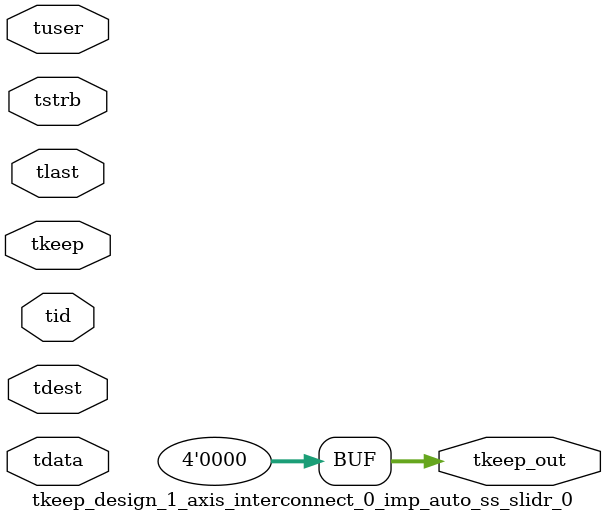
<source format=v>


`timescale 1ps/1ps

module tkeep_design_1_axis_interconnect_0_imp_auto_ss_slidr_0 #
(
parameter C_S_AXIS_TDATA_WIDTH = 32,
parameter C_S_AXIS_TUSER_WIDTH = 0,
parameter C_S_AXIS_TID_WIDTH   = 0,
parameter C_S_AXIS_TDEST_WIDTH = 0,
parameter C_M_AXIS_TDATA_WIDTH = 32
)
(
input  [(C_S_AXIS_TDATA_WIDTH == 0 ? 1 : C_S_AXIS_TDATA_WIDTH)-1:0     ] tdata,
input  [(C_S_AXIS_TUSER_WIDTH == 0 ? 1 : C_S_AXIS_TUSER_WIDTH)-1:0     ] tuser,
input  [(C_S_AXIS_TID_WIDTH   == 0 ? 1 : C_S_AXIS_TID_WIDTH)-1:0       ] tid,
input  [(C_S_AXIS_TDEST_WIDTH == 0 ? 1 : C_S_AXIS_TDEST_WIDTH)-1:0     ] tdest,
input  [(C_S_AXIS_TDATA_WIDTH/8)-1:0 ] tkeep,
input  [(C_S_AXIS_TDATA_WIDTH/8)-1:0 ] tstrb,
input                                                                    tlast,
output [(C_M_AXIS_TDATA_WIDTH/8)-1:0 ] tkeep_out
);

assign tkeep_out = {1'b0};

endmodule


</source>
